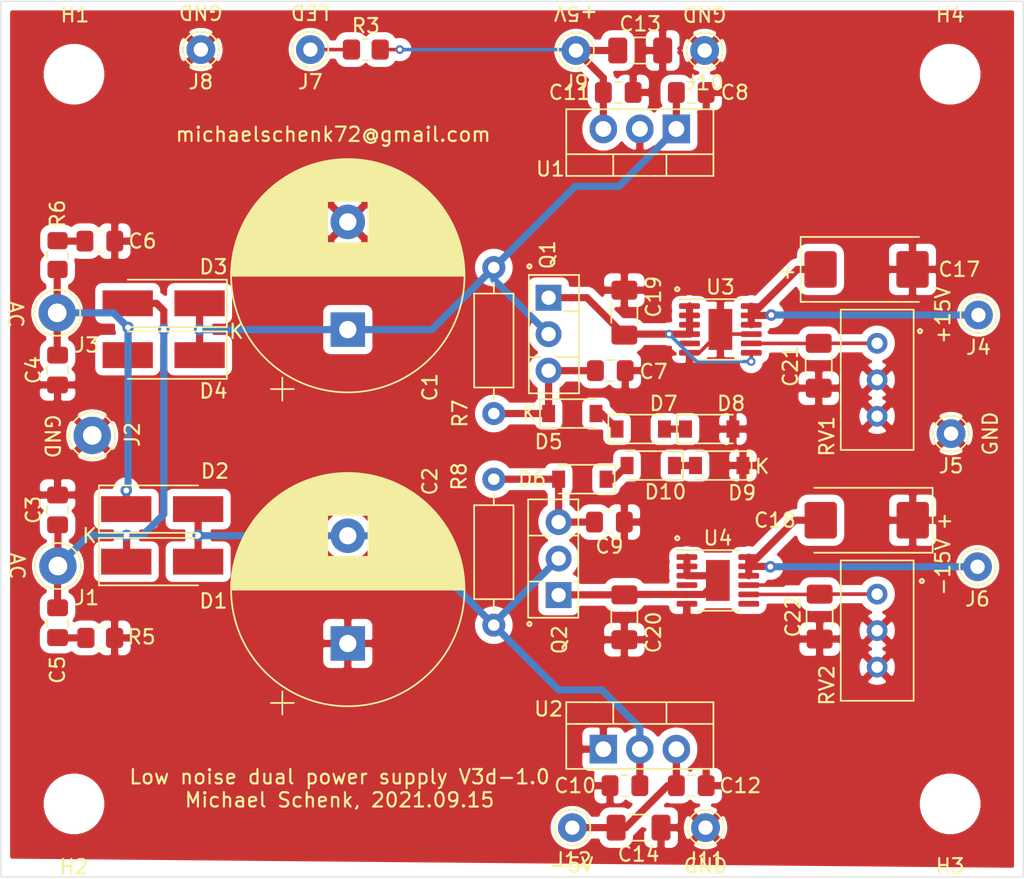
<source format=kicad_pcb>
(kicad_pcb (version 20171130) (host pcbnew 5.1.10-88a1d61d58~88~ubuntu16.04.1)
  (layers (0 F.Cu signal) (31 B.Cu signal) (34 B.Paste user) (35 F.Paste user) (36 B.SilkS user) (37 F.SilkS user) (38 B.Mask user) (39 F.Mask user) (44 Edge.Cuts user))
  (net 0 "")
  (net 1 GND)
  (net 2 "Net-(C1-Pad1)")
  (net 3 "Net-(C4-Pad2)")
  (net 4 "Net-(C10-Pad2)")
  (net 5 "Net-(C11-Pad1)")
  (net 6 "Net-(C12-Pad2)")
  (net 7 "Net-(J7-Pad1)")
  (net 8 "Net-(C7-Pad1)")
  (net 9 "Net-(C9-Pad2)")
  (net 10 "Net-(C17-Pad1)")
  (net 11 "Net-(C18-Pad2)")
  (net 12 "Net-(C3-Pad1)")
  (net 13 "Net-(C5-Pad2)")
  (net 14 "Net-(C6-Pad2)")
  (net 15 "Net-(C19-Pad1)")
  (net 16 "Net-(C20-Pad2)")
  (net 17 "Net-(C21-Pad1)")
  (net 18 "Net-(C22-Pad2)")
  (net 19 "Net-(D5-Pad2)")
  (net 20 "Net-(D10-Pad2)")
  (net 21 "Net-(D7-Pad2)")
  (net 22 "Net-(D10-Pad1)")
  (module Connector_Pin:Pin_D1.0mm_L10.0mm (layer F.Cu) (at 119.761 85.471)
    (fp_text reference J12 (at 0 2.25) (layer F.SilkS))
    (fp_text value -5V)
    (pad 1 thru_hole circle (at 0 0) (size 2 2) (drill 1) (layers *.Cu *.Mask) (net 6 "Net-(C12-Pad2)"))
  )
  (module Connector_Pin:Pin_D1.0mm_L10.0mm (layer F.Cu) (at 129.032 85.471)
    (fp_text reference J11 (at 0 2.25) (layer F.SilkS))
    (fp_text value GND)
    (pad 1 thru_hole circle (at 0 0) (size 2 2) (drill 1) (layers *.Cu *.Mask) (net 1 GND))
  )
  (module Connector_Pin:Pin_D1.0mm_L10.0mm (layer F.Cu) (at 128.9685 31.369)
    (fp_text reference J10 (at 0 2.25) (layer F.SilkS))
    (fp_text value GND)
    (pad 1 thru_hole circle (at 0 0) (size 2 2) (drill 1) (layers *.Cu *.Mask) (net 1 GND))
  )
  (module Connector_Pin:Pin_D1.0mm_L10.0mm (layer F.Cu) (at 120.015 31.369)
    (fp_text reference J9 (at 0 2.25) (layer F.SilkS))
    (fp_text value +5V)
    (pad 1 thru_hole circle (at 0 0) (size 2 2) (drill 1) (layers *.Cu *.Mask) (net 5 "Net-(C11-Pad1)"))
  )
  (module Connector_Pin:Pin_D1.0mm_L10.0mm (layer F.Cu) (at 93.9165 31.3055)
    (fp_text reference J8 (at 0 2.25) (layer F.SilkS))
    (fp_text value GND)
    (pad 1 thru_hole circle (at 0 0) (size 2 2) (drill 1) (layers *.Cu *.Mask) (net 1 GND))
  )
  (module Connector_Pin:Pin_D1.0mm_L10.0mm (layer F.Cu) (at 101.5365 31.3055)
    (fp_text reference J7 (at 0 2.25) (layer F.SilkS))
    (fp_text value LED)
    (pad 1 thru_hole circle (at 0 0) (size 2 2) (drill 1) (layers *.Cu *.Mask) (net 7 "Net-(J7-Pad1)"))
  )
  (module Connector_Pin:Pin_D1.0mm_L10.0mm (layer F.Cu) (at 147.955 67.31)
    (fp_text reference J6 (at 0 2.25) (layer F.SilkS))
    (fp_text value -15V)
    (pad 1 thru_hole circle (at 0 0) (size 2 2) (drill 1) (layers *.Cu *.Mask) (net 11 "Net-(C18-Pad2)"))
  )
  (module Connector_Pin:Pin_D1.0mm_L10.0mm (layer F.Cu) (at 146.1135 58.039)
    (fp_text reference J5 (at 0 2.25) (layer F.SilkS))
    (fp_text value GND)
    (pad 1 thru_hole circle (at 0 0) (size 2 2) (drill 1) (layers *.Cu *.Mask) (net 1 GND))
  )
  (module Connector_Pin:Pin_D1.0mm_L10.0mm (layer F.Cu) (at 148.0185 49.784)
    (fp_text reference J4 (at 0 2.25) (layer F.SilkS))
    (fp_text value +15V)
    (pad 1 thru_hole circle (at 0 0) (size 2 2) (drill 1) (layers *.Cu *.Mask) (net 10 "Net-(C17-Pad1)"))
  )
  (module Diode_SMD:D_SOD-123 (layer F.Cu) (at 125.221 60.2615 180)
    (fp_text reference D10 (at -1.017 -1.8415) (layer F.SilkS))
    (fp_text value MMSZ5232B/5.6V)
    (pad 2 smd rect (at 1.65 0 180) (size 0.9 1.2) (layers F.Cu F.Paste F.Mask) (net 20 "Net-(D10-Pad2)"))
    (pad 1 smd rect (at -1.65 0 180) (size 0.9 1.2) (layers F.Cu F.Paste F.Mask) (net 22 "Net-(D10-Pad1)"))
  )
  (module Diode_SMD:D_SOD-123 (layer F.Cu) (at 129.9835 60.2615 180)
    (fp_text reference D9 (at -1.5885 -1.905) (layer F.SilkS))
    (fp_text value MMSZ5232B/5.6V)
    (pad 2 smd rect (at 1.65 0 180) (size 0.9 1.2) (layers F.Cu F.Paste F.Mask) (net 22 "Net-(D10-Pad1)"))
    (pad 1 smd rect (at -1.65 0 180) (size 0.9 1.2) (layers F.Cu F.Paste F.Mask) (net 1 GND))
  )
  (module Diode_SMD:D_SOD-123 (layer F.Cu) (at 129.285 57.7215)
    (fp_text reference D8 (at 1.525 -1.778) (layer F.SilkS))
    (fp_text value MMSZ5232B/5.6V)
    (pad 2 smd rect (at 1.65 0) (size 0.9 1.2) (layers F.Cu F.Paste F.Mask) (net 1 GND))
    (pad 1 smd rect (at -1.65 0) (size 0.9 1.2) (layers F.Cu F.Paste F.Mask) (net 21 "Net-(D7-Pad2)"))
  )
  (module Diode_SMD:D_SOD-123 (layer F.Cu) (at 124.5225 57.7215)
    (fp_text reference D7 (at 1.5885 -1.778) (layer F.SilkS))
    (fp_text value MMSZ5232B/5.6V)
    (pad 2 smd rect (at 1.65 0) (size 0.9 1.2) (layers F.Cu F.Paste F.Mask) (net 21 "Net-(D7-Pad2)"))
    (pad 1 smd rect (at -1.65 0) (size 0.9 1.2) (layers F.Cu F.Paste F.Mask) (net 19 "Net-(D5-Pad2)"))
  )
  (module Capacitor_SMD:C_1206_3216Metric_Pad1.33x1.80mm_HandSolder (layer F.Cu) (at 124.3715 85.471 180)
    (fp_text reference C14 (at 0 -1.85) (layer F.SilkS))
    (fp_text value 10uF/25V)
    (pad 2 smd roundrect (at 1.5625 0 180) (size 1.325 1.8) (layers F.Cu F.Paste F.Mask) (roundrect_rratio 0.1886784905660377) (net 6 "Net-(C12-Pad2)"))
    (pad 1 smd roundrect (at -1.5625 0 180) (size 1.325 1.8) (layers F.Cu F.Paste F.Mask) (roundrect_rratio 0.1886784905660377) (net 1 GND))
  )
  (module Capacitor_SMD:C_1206_3216Metric_Pad1.33x1.80mm_HandSolder (layer F.Cu) (at 124.485 31.369)
    (fp_text reference C13 (at 0 -1.85) (layer F.SilkS))
    (fp_text value 10uF/25V)
    (pad 2 smd roundrect (at 1.5625 0) (size 1.325 1.8) (layers F.Cu F.Paste F.Mask) (roundrect_rratio 0.1886784905660377) (net 1 GND))
    (pad 1 smd roundrect (at -1.5625 0) (size 1.325 1.8) (layers F.Cu F.Paste F.Mask) (roundrect_rratio 0.1886784905660377) (net 5 "Net-(C11-Pad1)"))
  )
  (module Capacitor_SMD:C_0805_2012Metric_Pad1.18x1.45mm_HandSolder (layer F.Cu) (at 122.9575 34.29)
    (fp_text reference C11 (at -3.387 0) (layer F.SilkS))
    (fp_text value 100nF)
    (pad 2 smd roundrect (at 1.0375 0) (size 1.175 1.45) (layers F.Cu F.Paste F.Mask) (roundrect_rratio 0.2127659574468085) (net 1 GND))
    (pad 1 smd roundrect (at -1.0375 0) (size 1.175 1.45) (layers F.Cu F.Paste F.Mask) (roundrect_rratio 0.2127659574468085) (net 5 "Net-(C11-Pad1)"))
  )
  (module Resistor_THT:R_Axial_DIN0207_L6.3mm_D2.5mm_P10.16mm_Horizontal (layer F.Cu) (at 114.3 61.214 270)
    (fp_text reference R8 (at -0.1905 2.413 90) (layer F.SilkS))
    (fp_text value 430R/0.6W)
    (pad 2 thru_hole oval (at 10.16 0 270) (size 1.6 1.6) (drill 0.8) (layers *.Cu *.Mask) (net 4 "Net-(C10-Pad2)"))
    (pad 1 thru_hole circle (at 0 0 270) (size 1.6 1.6) (drill 0.8) (layers *.Cu *.Mask) (net 9 "Net-(C9-Pad2)"))
  )
  (module Resistor_THT:R_Axial_DIN0207_L6.3mm_D2.5mm_P10.16mm_Horizontal (layer F.Cu) (at 114.3 46.482 270)
    (fp_text reference R7 (at 10.16 2.3495 90) (layer F.SilkS))
    (fp_text value 430R/0.6W)
    (pad 2 thru_hole oval (at 10.16 0 270) (size 1.6 1.6) (drill 0.8) (layers *.Cu *.Mask) (net 8 "Net-(C7-Pad1)"))
    (pad 1 thru_hole circle (at 0 0 270) (size 1.6 1.6) (drill 0.8) (layers *.Cu *.Mask) (net 2 "Net-(C1-Pad1)"))
  )
  (module Resistor_SMD:R_0805_2012Metric_Pad1.20x1.40mm_HandSolder (layer F.Cu) (at 83.947 45.609 270)
    (fp_text reference R6 (at -2.8735 0 90) (layer F.SilkS))
    (fp_text value Rs/1/8W)
    (pad 2 smd roundrect (at 1 0 270) (size 1.2 1.4) (layers F.Cu F.Paste F.Mask) (roundrect_rratio 0.2083325) (net 3 "Net-(C4-Pad2)"))
    (pad 1 smd roundrect (at -1 0 270) (size 1.2 1.4) (layers F.Cu F.Paste F.Mask) (roundrect_rratio 0.2083325) (net 14 "Net-(C6-Pad2)"))
  )
  (module Resistor_SMD:R_0805_2012Metric_Pad1.20x1.40mm_HandSolder (layer F.Cu) (at 86.9155 72.263)
    (fp_text reference R5 (at 2.8735 -0.0635) (layer F.SilkS))
    (fp_text value Rs/1/8W)
    (pad 2 smd roundrect (at 1 0) (size 1.2 1.4) (layers F.Cu F.Paste F.Mask) (roundrect_rratio 0.2083325) (net 1 GND))
    (pad 1 smd roundrect (at -1 0) (size 1.2 1.4) (layers F.Cu F.Paste F.Mask) (roundrect_rratio 0.2083325) (net 13 "Net-(C5-Pad2)"))
  )
  (module Package_TO_SOT_THT:TO-126-3_Vertical (layer F.Cu) (at 118.8085 69.2785 90)
    (fp_text reference Q2 (at -3.1115 0.0635 90) (layer F.SilkS))
    (fp_text value BD140)
    (pad 3 thru_hole oval (at 5.08 0 90) (size 1.8 1.8) (drill 1) (layers *.Cu *.Mask) (net 9 "Net-(C9-Pad2)"))
    (pad 2 thru_hole oval (at 2.54 0 90) (size 1.8 1.8) (drill 1) (layers *.Cu *.Mask) (net 4 "Net-(C10-Pad2)"))
    (pad 1 thru_hole rect (at 0 0 90) (size 1.8 1.8) (drill 1) (layers *.Cu *.Mask) (net 16 "Net-(C20-Pad2)"))
  )
  (module Package_TO_SOT_THT:TO-126-3_Vertical (layer F.Cu) (at 118.11 48.5775 270)
    (fp_text reference Q1 (at -2.9845 0.0635 90) (layer F.SilkS))
    (fp_text value BD139)
    (pad 3 thru_hole oval (at 5.08 0 270) (size 1.8 1.8) (drill 1) (layers *.Cu *.Mask) (net 8 "Net-(C7-Pad1)"))
    (pad 2 thru_hole oval (at 2.54 0 270) (size 1.8 1.8) (drill 1) (layers *.Cu *.Mask) (net 2 "Net-(C1-Pad1)"))
    (pad 1 thru_hole rect (at 0 0 270) (size 1.8 1.8) (drill 1) (layers *.Cu *.Mask) (net 15 "Net-(C19-Pad1)"))
  )
  (module Diode_SMD:D_SOD-123 (layer F.Cu) (at 120.4585 61.214 180)
    (fp_text reference D6 (at 3.4915 0) (layer F.SilkS))
    (fp_text value MMSZ5232B/5.6V)
    (pad 2 smd rect (at 1.65 0 180) (size 0.9 1.2) (layers F.Cu F.Paste F.Mask) (net 9 "Net-(C9-Pad2)"))
    (pad 1 smd rect (at -1.65 0 180) (size 0.9 1.2) (layers F.Cu F.Paste F.Mask) (net 20 "Net-(D10-Pad2)"))
  )
  (module Diode_SMD:D_SOD-123 (layer F.Cu) (at 119.76 56.642)
    (fp_text reference D5 (at -1.65 1.9685) (layer F.SilkS))
    (fp_text value MMSZ5232B/5.6V)
    (pad 2 smd rect (at 1.65 0) (size 0.9 1.2) (layers F.Cu F.Paste F.Mask) (net 19 "Net-(D5-Pad2)"))
    (pad 1 smd rect (at -1.65 0) (size 0.9 1.2) (layers F.Cu F.Paste F.Mask) (net 8 "Net-(C7-Pad1)"))
  )
  (module Capacitor_SMD:C_1206_3216Metric_Pad1.33x1.80mm_HandSolder (layer F.Cu) (at 136.9695 70.7775 90)
    (fp_text reference C22 (at 0 -1.85 90) (layer F.SilkS))
    (fp_text value 4.7uF/25V)
    (pad 2 smd roundrect (at 1.5625 0 90) (size 1.325 1.8) (layers F.Cu F.Paste F.Mask) (roundrect_rratio 0.1886784905660377) (net 18 "Net-(C22-Pad2)"))
    (pad 1 smd roundrect (at -1.5625 0 90) (size 1.325 1.8) (layers F.Cu F.Paste F.Mask) (roundrect_rratio 0.1886784905660377) (net 1 GND))
  )
  (module Capacitor_SMD:C_1206_3216Metric_Pad1.33x1.80mm_HandSolder (layer F.Cu) (at 136.906 53.315 270)
    (fp_text reference C21 (at 0.025 1.9685 90) (layer F.SilkS))
    (fp_text value 4.7uF/25V)
    (pad 2 smd roundrect (at 1.5625 0 270) (size 1.325 1.8) (layers F.Cu F.Paste F.Mask) (roundrect_rratio 0.1886784905660377) (net 1 GND))
    (pad 1 smd roundrect (at -1.5625 0 270) (size 1.325 1.8) (layers F.Cu F.Paste F.Mask) (roundrect_rratio 0.1886784905660377) (net 17 "Net-(C21-Pad1)"))
  )
  (module Capacitor_SMD:C_1206_3216Metric_Pad1.33x1.80mm_HandSolder (layer F.Cu) (at 123.3805 70.8275 90)
    (fp_text reference C20 (at -1.0545 2.032 90) (layer F.SilkS))
    (fp_text value 4.7uF/25V)
    (pad 2 smd roundrect (at 1.5625 0 90) (size 1.325 1.8) (layers F.Cu F.Paste F.Mask) (roundrect_rratio 0.1886784905660377) (net 16 "Net-(C20-Pad2)"))
    (pad 1 smd roundrect (at -1.5625 0 90) (size 1.325 1.8) (layers F.Cu F.Paste F.Mask) (roundrect_rratio 0.1886784905660377) (net 1 GND))
  )
  (module Capacitor_SMD:C_1206_3216Metric_Pad1.33x1.80mm_HandSolder (layer F.Cu) (at 123.3805 49.6185 90)
    (fp_text reference C19 (at 1.1045 2.032 90) (layer F.SilkS))
    (fp_text value 4.7uF/25V)
    (pad 2 smd roundrect (at 1.5625 0 90) (size 1.325 1.8) (layers F.Cu F.Paste F.Mask) (roundrect_rratio 0.1886784905660377) (net 1 GND))
    (pad 1 smd roundrect (at -1.5625 0 90) (size 1.325 1.8) (layers F.Cu F.Paste F.Mask) (roundrect_rratio 0.1886784905660377) (net 15 "Net-(C19-Pad1)"))
  )
  (module Capacitor_SMD:C_0805_2012Metric_Pad1.18x1.45mm_HandSolder (layer F.Cu) (at 122.343 64.1985 180)
    (fp_text reference C9 (at 0 -1.68) (layer F.SilkS))
    (fp_text value 100nF)
    (pad 2 smd roundrect (at 1.0375 0 180) (size 1.175 1.45) (layers F.Cu F.Paste F.Mask) (roundrect_rratio 0.2127659574468085) (net 9 "Net-(C9-Pad2)"))
    (pad 1 smd roundrect (at -1.0375 0 180) (size 1.175 1.45) (layers F.Cu F.Paste F.Mask) (roundrect_rratio 0.2127659574468085) (net 1 GND))
  )
  (module Capacitor_SMD:C_0805_2012Metric_Pad1.18x1.45mm_HandSolder (layer F.Cu) (at 122.4065 53.6575)
    (fp_text reference C7 (at 3.006 0.0635) (layer F.SilkS))
    (fp_text value 100nF)
    (pad 2 smd roundrect (at 1.0375 0) (size 1.175 1.45) (layers F.Cu F.Paste F.Mask) (roundrect_rratio 0.2127659574468085) (net 1 GND))
    (pad 1 smd roundrect (at -1.0375 0) (size 1.175 1.45) (layers F.Cu F.Paste F.Mask) (roundrect_rratio 0.2127659574468085) (net 8 "Net-(C7-Pad1)"))
  )
  (module Capacitor_SMD:C_0805_2012Metric_Pad1.18x1.45mm_HandSolder (layer F.Cu) (at 86.8895 44.6405 180)
    (fp_text reference C6 (at -2.963 0) (layer F.SilkS))
    (fp_text value Cs/50V)
    (pad 2 smd roundrect (at 1.0375 0 180) (size 1.175 1.45) (layers F.Cu F.Paste F.Mask) (roundrect_rratio 0.2127659574468085) (net 14 "Net-(C6-Pad2)"))
    (pad 1 smd roundrect (at -1.0375 0 180) (size 1.175 1.45) (layers F.Cu F.Paste F.Mask) (roundrect_rratio 0.2127659574468085) (net 1 GND))
  )
  (module Capacitor_SMD:C_0805_2012Metric_Pad1.18x1.45mm_HandSolder (layer F.Cu) (at 83.947 71.205 270)
    (fp_text reference C5 (at 3.2805 0 90) (layer F.SilkS))
    (fp_text value Cs/50V)
    (pad 2 smd roundrect (at 1.0375 0 270) (size 1.175 1.45) (layers F.Cu F.Paste F.Mask) (roundrect_rratio 0.2127659574468085) (net 13 "Net-(C5-Pad2)"))
    (pad 1 smd roundrect (at -1.0375 0 270) (size 1.175 1.45) (layers F.Cu F.Paste F.Mask) (roundrect_rratio 0.2127659574468085) (net 12 "Net-(C3-Pad1)"))
  )
  (module Capacitor_SMD:C_0805_2012Metric_Pad1.18x1.45mm_HandSolder (layer F.Cu) (at 83.947 53.6155 90)
    (fp_text reference C4 (at 0 -1.68 90) (layer F.SilkS))
    (fp_text value Cx/10nF/50V)
    (pad 2 smd roundrect (at 1.0375 0 90) (size 1.175 1.45) (layers F.Cu F.Paste F.Mask) (roundrect_rratio 0.2127659574468085) (net 3 "Net-(C4-Pad2)"))
    (pad 1 smd roundrect (at -1.0375 0 90) (size 1.175 1.45) (layers F.Cu F.Paste F.Mask) (roundrect_rratio 0.2127659574468085) (net 1 GND))
  )
  (module Capacitor_SMD:C_0805_2012Metric_Pad1.18x1.45mm_HandSolder (layer F.Cu) (at 83.947 63.3515 90)
    (fp_text reference C3 (at 0 -1.68 90) (layer F.SilkS))
    (fp_text value Cx/10nF/50V)
    (pad 2 smd roundrect (at 1.0375 0 90) (size 1.175 1.45) (layers F.Cu F.Paste F.Mask) (roundrect_rratio 0.2127659574468085) (net 1 GND))
    (pad 1 smd roundrect (at -1.0375 0 90) (size 1.175 1.45) (layers F.Cu F.Paste F.Mask) (roundrect_rratio 0.2127659574468085) (net 12 "Net-(C3-Pad1)"))
  )
  (module Capacitor_Tantalum_SMD:CP_EIA-7343-31_Kemet-D_Pad2.25x2.55mm_HandSolder (layer F.Cu) (at 140.2465 64.0715 180)
    (fp_text reference C18 (at 6.3885 0) (layer F.SilkS))
    (fp_text value 33uF)
    (pad 2 smd roundrect (at 3.2 0 180) (size 2.25 2.55) (layers F.Cu F.Paste F.Mask) (roundrect_rratio 0.1111106666666667) (net 11 "Net-(C18-Pad2)"))
    (pad 1 smd roundrect (at -3.2 0 180) (size 2.25 2.55) (layers F.Cu F.Paste F.Mask) (roundrect_rratio 0.1111106666666667) (net 1 GND))
  )
  (module Capacitor_Tantalum_SMD:CP_EIA-7343-31_Kemet-D_Pad2.25x2.55mm_HandSolder (layer F.Cu) (at 140.233 46.609)
    (fp_text reference C17 (at 6.452 0) (layer F.SilkS))
    (fp_text value 33uF)
    (pad 2 smd roundrect (at 3.2 0) (size 2.25 2.55) (layers F.Cu F.Paste F.Mask) (roundrect_rratio 0.1111106666666667) (net 1 GND))
    (pad 1 smd roundrect (at -3.2 0) (size 2.25 2.55) (layers F.Cu F.Paste F.Mask) (roundrect_rratio 0.1111106666666667) (net 10 "Net-(C17-Pad1)"))
  )
  (module Package_TO_SOT_THT:TO-220-3_Vertical (layer F.Cu) (at 121.92 80.01)
    (fp_text reference U2 (at -3.81 -2.794) (layer F.SilkS))
    (fp_text value LM7905_TO220)
    (pad 3 thru_hole oval (at 5.08 0) (size 1.905 2) (drill 1.1) (layers *.Cu *.Mask) (net 6 "Net-(C12-Pad2)"))
    (pad 2 thru_hole oval (at 2.54 0) (size 1.905 2) (drill 1.1) (layers *.Cu *.Mask) (net 4 "Net-(C10-Pad2)"))
    (pad 1 thru_hole rect (at 0 0) (size 1.905 2) (drill 1.1) (layers *.Cu *.Mask) (net 1 GND))
  )
  (module Package_TO_SOT_THT:TO-220-3_Vertical (layer F.Cu) (at 127 36.83 180)
    (fp_text reference U1 (at 8.763 -2.794) (layer F.SilkS))
    (fp_text value LM7805_TO220)
    (pad 3 thru_hole oval (at 5.08 0 180) (size 1.905 2) (drill 1.1) (layers *.Cu *.Mask) (net 5 "Net-(C11-Pad1)"))
    (pad 2 thru_hole oval (at 2.54 0 180) (size 1.905 2) (drill 1.1) (layers *.Cu *.Mask) (net 1 GND))
    (pad 1 thru_hole rect (at 0 0 180) (size 1.905 2) (drill 1.1) (layers *.Cu *.Mask) (net 2 "Net-(C1-Pad1)"))
  )
  (module Diode_SMD:D_SMA_Handsoldering (layer F.Cu) (at 91.3276 52.578 180)
    (fp_text reference D4 (at -3.4652 -2.5) (layer F.SilkS))
    (fp_text value BYG20D)
    (pad 2 smd rect (at 2.5 0 180) (size 3.5 1.8) (layers F.Cu F.Paste F.Mask) (net 3 "Net-(C4-Pad2)"))
    (pad 1 smd rect (at -2.5 0 180) (size 3.5 1.8) (layers F.Cu F.Paste F.Mask) (net 2 "Net-(C1-Pad1)"))
  )
  (module Diode_SMD:D_SMA_Handsoldering (layer F.Cu) (at 91.3276 48.9712 180)
    (fp_text reference D3 (at -3.4652 2.54) (layer F.SilkS))
    (fp_text value BYG20D)
    (pad 2 smd rect (at 2.5 0 180) (size 3.5 1.8) (layers F.Cu F.Paste F.Mask) (net 12 "Net-(C3-Pad1)"))
    (pad 1 smd rect (at -2.5 0 180) (size 3.5 1.8) (layers F.Cu F.Paste F.Mask) (net 2 "Net-(C1-Pad1)"))
  )
  (module Diode_SMD:D_SMA_Handsoldering (layer F.Cu) (at 91.226 63.2968)
    (fp_text reference D2 (at 3.6684 -2.6416) (layer F.SilkS))
    (fp_text value BYG20D)
    (pad 2 smd rect (at 2.5 0) (size 3.5 1.8) (layers F.Cu F.Paste F.Mask) (net 4 "Net-(C10-Pad2)"))
    (pad 1 smd rect (at -2.5 0) (size 3.5 1.8) (layers F.Cu F.Paste F.Mask) (net 3 "Net-(C4-Pad2)"))
  )
  (module Diode_SMD:D_SMA_Handsoldering (layer F.Cu) (at 91.226 66.9544)
    (fp_text reference D1 (at 3.5668 2.7432) (layer F.SilkS))
    (fp_text value BYG20D)
    (pad 2 smd rect (at 2.5 0) (size 3.5 1.8) (layers F.Cu F.Paste F.Mask) (net 4 "Net-(C10-Pad2)"))
    (pad 1 smd rect (at -2.5 0) (size 3.5 1.8) (layers F.Cu F.Paste F.Mask) (net 12 "Net-(C3-Pad1)"))
  )
  (module Package_SO:MSOP-12-1EP_3x4mm_P0.65mm_EP1.65x2.85mm (layer F.Cu) (at 129.8866 68.2619)
    (fp_text reference U4 (at 0 -2.95) (layer F.SilkS))
    (fp_text value LT3094xMSE)
    (pad 13 smd rect (at 0 0) (size 1.65 2.85) (layers F.Cu F.Mask) (net 16 "Net-(C20-Pad2)"))
    (pad 12 smd roundrect (at 2.15 -1.625) (size 1.45 0.4) (layers F.Cu F.Paste F.Mask) (net 11 "Net-(C18-Pad2)"))
    (pad 11 smd roundrect (at 2.15 -0.975) (size 1.45 0.4) (layers F.Cu F.Paste F.Mask) (net 11 "Net-(C18-Pad2)"))
    (pad 10 smd roundrect (at 2.15 -0.325) (size 1.45 0.4) (layers F.Cu F.Paste F.Mask) (net 11 "Net-(C18-Pad2)"))
    (pad 9 smd roundrect (at 2.15 0.325) (size 1.45 0.4) (layers F.Cu F.Paste F.Mask) (net 1 GND))
    (pad 8 smd roundrect (at 2.15 0.975) (size 1.45 0.4) (layers F.Cu F.Paste F.Mask) (net 18 "Net-(C22-Pad2)"))
    (pad 7 smd roundrect (at 2.15 1.625) (size 1.45 0.4) (layers F.Cu F.Paste F.Mask))
    (pad 6 smd roundrect (at -2.15 1.625) (size 1.45 0.4) (layers F.Cu F.Paste F.Mask) (net 1 GND))
    (pad 5 smd roundrect (at -2.15 0.975) (size 1.45 0.4) (layers F.Cu F.Paste F.Mask) (net 16 "Net-(C20-Pad2)"))
    (pad 4 smd roundrect (at -2.15 0.325) (size 1.45 0.4) (layers F.Cu F.Paste F.Mask))
    (pad 3 smd roundrect (at -2.15 -0.325) (size 1.45 0.4) (layers F.Cu F.Paste F.Mask) (net 16 "Net-(C20-Pad2)"))
    (pad 2 smd roundrect (at -2.15 -0.975) (size 1.45 0.4) (layers F.Cu F.Paste F.Mask) (net 16 "Net-(C20-Pad2)"))
    (pad 1 smd roundrect (at -2.15 -1.625) (size 1.45 0.4) (layers F.Cu F.Paste F.Mask) (net 16 "Net-(C20-Pad2)"))
  )
  (module Capacitor_THT:CP_Radial_D16.0mm_P7.50mm (layer F.Cu) (at 104.14 72.651 90)
    (fp_text reference C2 (at 11.2846 5.715 90) (layer F.SilkS))
    (fp_text value 2200uF)
    (pad 2 thru_hole circle (at 7.5 0 90) (size 2.4 2.4) (drill 1.2) (layers *.Cu *.Mask) (net 4 "Net-(C10-Pad2)"))
    (pad 1 thru_hole rect (at 0 0 90) (size 2.4 2.4) (drill 1.2) (layers *.Cu *.Mask) (net 1 GND))
  )
  (module Capacitor_THT:CP_Radial_D16.0mm_P7.50mm (layer F.Cu) (at 104.14 50.8 90)
    (fp_text reference C1 (at -4.0132 5.715 90) (layer F.SilkS))
    (fp_text value 2200uF)
    (pad 2 thru_hole circle (at 7.5 0 90) (size 2.4 2.4) (drill 1.2) (layers *.Cu *.Mask) (net 1 GND))
    (pad 1 thru_hole rect (at 0 0 90) (size 2.4 2.4) (drill 1.2) (layers *.Cu *.Mask) (net 2 "Net-(C1-Pad1)"))
  )
  (module Resistor_SMD:R_0805_2012Metric_Pad1.20x1.40mm_HandSolder (layer F.Cu) (at 105.394 31.3055)
    (fp_text reference R3 (at 0 -1.65) (layer F.SilkS))
    (fp_text value 240R)
    (pad 2 smd roundrect (at 1 0) (size 1.2 1.4) (layers F.Cu F.Paste F.Mask) (roundrect_rratio 0.2083325) (net 5 "Net-(C11-Pad1)"))
    (pad 1 smd roundrect (at -1 0) (size 1.2 1.4) (layers F.Cu F.Paste F.Mask) (roundrect_rratio 0.2083325) (net 7 "Net-(J7-Pad1)"))
  )
  (module Capacitor_SMD:C_0805_2012Metric_Pad1.18x1.45mm_HandSolder (layer F.Cu) (at 128.0375 82.55 180)
    (fp_text reference C12 (at -3.4075 0) (layer F.SilkS))
    (fp_text value 100nF)
    (pad 2 smd roundrect (at 1.0375 0 180) (size 1.175 1.45) (layers F.Cu F.Paste F.Mask) (roundrect_rratio 0.2127659574468085) (net 6 "Net-(C12-Pad2)"))
    (pad 1 smd roundrect (at -1.0375 0 180) (size 1.175 1.45) (layers F.Cu F.Paste F.Mask) (roundrect_rratio 0.2127659574468085) (net 1 GND))
  )
  (module Capacitor_SMD:C_0805_2012Metric_Pad1.18x1.45mm_HandSolder (layer F.Cu) (at 123.4225 82.55)
    (fp_text reference C10 (at -3.471 0) (layer F.SilkS))
    (fp_text value 330nF)
    (pad 2 smd roundrect (at 1.0375 0) (size 1.175 1.45) (layers F.Cu F.Paste F.Mask) (roundrect_rratio 0.2127659574468085) (net 4 "Net-(C10-Pad2)"))
    (pad 1 smd roundrect (at -1.0375 0) (size 1.175 1.45) (layers F.Cu F.Paste F.Mask) (roundrect_rratio 0.2127659574468085) (net 1 GND))
  )
  (module Capacitor_SMD:C_0805_2012Metric_Pad1.18x1.45mm_HandSolder (layer F.Cu) (at 128.0375 34.29)
    (fp_text reference C8 (at 3.0265 0) (layer F.SilkS))
    (fp_text value 330nF)
    (pad 2 smd roundrect (at 1.0375 0) (size 1.175 1.45) (layers F.Cu F.Paste F.Mask) (roundrect_rratio 0.2127659574468085) (net 1 GND))
    (pad 1 smd roundrect (at -1.0375 0) (size 1.175 1.45) (layers F.Cu F.Paste F.Mask) (roundrect_rratio 0.2127659574468085) (net 2 "Net-(C1-Pad1)"))
  )
  (module Potentiometer_THT:Potentiometer_Bourns_3296W_Vertical (layer F.Cu) (at 140.97 69.215 90)
    (fp_text reference RV2 (at -6.35 -3.4925 90) (layer F.SilkS))
    (fp_text value 200k)
    (pad 3 thru_hole circle (at -5.08 0 90) (size 1.44 1.44) (drill 0.8) (layers *.Cu *.Mask) (net 1 GND))
    (pad 2 thru_hole circle (at -2.54 0 90) (size 1.44 1.44) (drill 0.8) (layers *.Cu *.Mask) (net 1 GND))
    (pad 1 thru_hole circle (at 0 0 90) (size 1.44 1.44) (drill 0.8) (layers *.Cu *.Mask) (net 18 "Net-(C22-Pad2)"))
  )
  (module Package_SO:MSOP-12-1EP_3x4mm_P0.65mm_EP1.65x2.85mm (layer F.Cu) (at 130.0644 50.7879)
    (fp_text reference U3 (at 0 -2.95) (layer F.SilkS))
    (fp_text value LT3045xMSE)
    (pad 13 smd rect (at 0 0) (size 1.65 2.85) (layers F.Cu F.Mask) (net 1 GND))
    (pad 12 smd roundrect (at 2.15 -1.625) (size 1.45 0.4) (layers F.Cu F.Paste F.Mask) (net 10 "Net-(C17-Pad1)"))
    (pad 11 smd roundrect (at 2.15 -0.975) (size 1.45 0.4) (layers F.Cu F.Paste F.Mask) (net 10 "Net-(C17-Pad1)"))
    (pad 10 smd roundrect (at 2.15 -0.325) (size 1.45 0.4) (layers F.Cu F.Paste F.Mask) (net 10 "Net-(C17-Pad1)"))
    (pad 9 smd roundrect (at 2.15 0.325) (size 1.45 0.4) (layers F.Cu F.Paste F.Mask) (net 1 GND))
    (pad 8 smd roundrect (at 2.15 0.975) (size 1.45 0.4) (layers F.Cu F.Paste F.Mask) (net 17 "Net-(C21-Pad1)"))
    (pad 7 smd roundrect (at 2.15 1.625) (size 1.45 0.4) (layers F.Cu F.Paste F.Mask) (net 15 "Net-(C19-Pad1)"))
    (pad 6 smd roundrect (at -2.15 1.625) (size 1.45 0.4) (layers F.Cu F.Paste F.Mask) (net 1 GND))
    (pad 5 smd roundrect (at -2.15 0.975) (size 1.45 0.4) (layers F.Cu F.Paste F.Mask))
    (pad 4 smd roundrect (at -2.15 0.325) (size 1.45 0.4) (layers F.Cu F.Paste F.Mask) (net 15 "Net-(C19-Pad1)"))
    (pad 3 smd roundrect (at -2.15 -0.325) (size 1.45 0.4) (layers F.Cu F.Paste F.Mask) (net 15 "Net-(C19-Pad1)"))
    (pad 2 smd roundrect (at -2.15 -0.975) (size 1.45 0.4) (layers F.Cu F.Paste F.Mask) (net 15 "Net-(C19-Pad1)"))
    (pad 1 smd roundrect (at -2.15 -1.625) (size 1.45 0.4) (layers F.Cu F.Paste F.Mask) (net 15 "Net-(C19-Pad1)"))
  )
  (module Potentiometer_THT:Potentiometer_Bourns_3296W_Vertical (layer F.Cu) (at 140.97 51.7525 90)
    (fp_text reference RV1 (at -6.477 -3.4925 90) (layer F.SilkS))
    (fp_text value 200k)
    (pad 3 thru_hole circle (at -5.08 0 90) (size 1.44 1.44) (drill 0.8) (layers *.Cu *.Mask) (net 1 GND))
    (pad 2 thru_hole circle (at -2.54 0 90) (size 1.44 1.44) (drill 0.8) (layers *.Cu *.Mask) (net 1 GND))
    (pad 1 thru_hole circle (at 0 0 90) (size 1.44 1.44) (drill 0.8) (layers *.Cu *.Mask) (net 17 "Net-(C21-Pad1)"))
  )
  (module Connector_Pin:Pin_D1.3mm_L11.0mm (layer F.Cu) (at 83.9216 49.6316)
    (fp_text reference J3 (at 2.0574 2.2479 180) (layer F.SilkS))
    (fp_text value AC)
    (pad 1 thru_hole circle (at 0 0) (size 2.6 2.6) (drill 1.3) (layers *.Cu *.Mask) (net 3 "Net-(C4-Pad2)"))
  )
  (module Connector_Pin:Pin_D1.3mm_L11.0mm (layer F.Cu) (at 86.36 58.166)
    (fp_text reference J2 (at 2.794 -0.0635 270) (layer F.SilkS))
    (fp_text value GND)
    (pad 1 thru_hole circle (at 0 0) (size 2.6 2.6) (drill 1.3) (layers *.Cu *.Mask) (net 1 GND))
  )
  (module Connector_Pin:Pin_D1.3mm_L11.0mm (layer F.Cu) (at 83.9724 67.2592)
    (fp_text reference J1 (at 2.0066 2.2098) (layer F.SilkS))
    (fp_text value AC)
    (pad 1 thru_hole circle (at 0 0) (size 2.6 2.6) (drill 1.3) (layers *.Cu *.Mask) (net 12 "Net-(C3-Pad1)"))
  )
  (module MountingHole:MountingHole_3.2mm_M3 (layer F.Cu) (at 146.05 33.02)
    (fp_text reference H4 (at 0 -4.1275) (layer F.SilkS))
    (fp_text value MountingHole)
    (pad 1 np_thru_hole circle (at 0 0) (size 3.2 3.2) (drill 3.2) (layers *.Cu *.Mask))
  )
  (module MountingHole:MountingHole_3.2mm_M3 (layer F.Cu) (at 146.05 83.82)
    (fp_text reference H3 (at 0 4.318) (layer F.SilkS))
    (fp_text value MountingHole)
    (pad 1 np_thru_hole circle (at 0 0) (size 3.2 3.2) (drill 3.2) (layers *.Cu *.Mask))
  )
  (module MountingHole:MountingHole_3.2mm_M3 (layer F.Cu) (at 85.09 83.82)
    (fp_text reference H2 (at 0 4.3815) (layer F.SilkS))
    (fp_text value MountingHole)
    (pad 1 np_thru_hole circle (at 0 0) (size 3.2 3.2) (drill 3.2) (layers *.Cu *.Mask))
  )
  (module MountingHole:MountingHole_3.2mm_M3 (layer F.Cu) (at 85.09 33.02)
    (fp_text reference H1 (at 0.0635 -4.1275) (layer F.SilkS))
    (fp_text value MountingHole)
    (pad 1 np_thru_hole circle (at 0 0) (size 3.2 3.2) (drill 3.2) (layers *.Cu *.Mask))
  )
  (gr_text ° (at 116.7765 71.6915) (layer F.SilkS) (effects (font (size 1 1))))
  (gr_text ° (at 116.7765 46.7995) (layer F.SilkS) (effects (font (size 1 1))))
  (gr_text + (at 145.669 64.0715) (layer F.SilkS) (effects (font (size 1 1))))
  (gr_text + (at 134.747 46.736) (layer F.SilkS) (effects (font (size 1 1))))
  (gr_text ° (at 144.0815 68.707) (layer F.SilkS) (effects (font (size 1 1))))
  (gr_text ° (at 143.9545 51.308) (layer F.SilkS) (effects (font (size 1 1))))
  (gr_text ° (at 127.0635 65.7225) (layer F.SilkS) (effects (font (size 1 1))))
  (gr_text ° (at 127.0635 48.387) (layer F.SilkS) (effects (font (size 1 1))))
  (gr_text K (at 132.969 60.325) (layer F.SilkS) (effects (font (size 1 1))))
  (gr_text K (at 116.7765 56.642) (layer F.SilkS) (effects (font (size 1 1))))
  (gr_text K (at 86.1695 65.151) (layer F.SilkS) (effects (font (size 1 1))))
  (gr_text K (at 96.393 50.927) (layer F.SilkS) (effects (font (size 1 1))))
  (gr_text "Low noise dual power supply V3d-1.0\nMichael Schenk, 2021.09.15" (at 103.5685 82.7405) (layer F.SilkS) (effects (font (size 1 1))))
  (gr_text GND (at 128.9685 28.829 180) (layer F.SilkS) (effects (font (size 1 1))))
  (gr_text +5V (at 120.015 28.7655 180) (layer F.SilkS) (effects (font (size 1 1))))
  (gr_text -5V (at 119.6975 88.0745) (layer F.SilkS) (effects (font (size 1 1))))
  (gr_text GND (at 129.032 88.138) (layer F.SilkS) (effects (font (size 1 1))))
  (gr_text GND (at 93.9165 28.702 180) (layer F.SilkS) (effects (font (size 1 1))))
  (gr_text LED (at 101.5365 28.702 180) (layer F.SilkS) (effects (font (size 1 1))))
  (gr_line (start 80.01 27.94) (end 80.01 88.9) (layer Edge.Cuts) (width 0.05))
  (gr_line (start 151.13 27.94) (end 80.01 27.94) (layer Edge.Cuts) (width 0.05))
  (gr_line (start 151.13 88.9) (end 151.13 27.94) (layer Edge.Cuts) (width 0.05))
  (gr_line (start 80.01 88.9) (end 151.13 88.9) (layer Edge.Cuts) (width 0.05))
  (gr_text michaelschenk72@gmail.com (at 103.124 37.211) (layer F.SilkS) (effects (font (size 1 1))))
  (gr_text GND (at 83.566 58.2295 270) (layer F.SilkS) (effects (font (size 1 1))))
  (gr_text AC (at 81.1276 67.2592 270) (layer F.SilkS) (effects (font (size 1 1))))
  (gr_text AC (at 81.026 49.7332 270) (layer F.SilkS) (effects (font (size 1 1))))
  (gr_text -15V (at 145.542 67.31 90) (layer F.SilkS) (effects (font (size 1 1))))
  (gr_text GND (at 148.844 58.039 90) (layer F.SilkS) (effects (font (size 1 1))))
  (gr_text +15V (at 145.542 49.784 90) (layer F.SilkS) (effects (font (size 1 1))))
  (segment (start 130.0644 50.9879) (end 130.0644 50.7879) (width 0.25) (layer F.Cu) (net 1))
  (segment (start 130.3894 51.1129) (end 130.0644 50.7879) (width 0.25) (layer F.Cu) (net 1))
  (segment (start 132.2144 51.1129) (end 130.3894 51.1129) (width 0.25) (layer F.Cu) (net 1))
  (segment (start 130.0644 50.938958) (end 130.0644 50.7879) (width 0.25) (layer F.Cu) (net 1))
  (segment (start 128.590458 52.4129) (end 130.0644 50.938958) (width 0.25) (layer F.Cu) (net 1))
  (segment (start 127.9144 52.4129) (end 128.590458 52.4129) (width 0.25) (layer F.Cu) (net 1))
  (segment (start 127.7112 69.96231) (end 127.7366 69.93691) (width 0.5) (layer F.Cu) (net 1))
  (segment (start 132.0805 68.6308) (end 132.0366 68.5869) (width 0.25) (layer F.Cu) (net 1))
  (segment (start 127.7112 71.0692) (end 127.7112 69.96231) (width 0.5) (layer F.Cu) (net 1))
  (segment (start 132.0366 68.5869) (end 134.4226 68.5869) (width 0.25) (layer F.Cu) (net 1))
  (segment (start 134.4226 68.5869) (end 136.5885 66.421) (width 0.25) (layer F.Cu) (net 1))
  (segment (start 93.8276 52.244) (end 93.7984 52.2732) (width 0.5) (layer F.Cu) (net 2))
  (via (at 93.8276 50.8) (size 0.8) (drill 0.4) (layers F.Cu B.Cu) (net 2))
  (segment (start 93.8276 50.8) (end 93.8276 48.9712) (width 0.5) (layer F.Cu) (net 2))
  (segment (start 93.8276 50.8) (end 93.8276 52.578) (width 0.5) (layer F.Cu) (net 2))
  (segment (start 109.982 50.8) (end 114.3 46.482) (width 0.5) (layer B.Cu) (net 2))
  (segment (start 104.14 50.8) (end 109.982 50.8) (width 0.5) (layer B.Cu) (net 2))
  (segment (start 114.3 47.3075) (end 114.3 46.482) (width 0.5) (layer B.Cu) (net 2))
  (segment (start 118.11 51.1175) (end 114.3 47.3075) (width 0.5) (layer B.Cu) (net 2))
  (segment (start 127 36.83) (end 127 34.29) (width 0.5) (layer F.Cu) (net 2))
  (segment (start 114.3 46.482) (end 119.9515 40.8305) (width 0.5) (layer B.Cu) (net 2))
  (segment (start 122.9995 40.8305) (end 127 36.83) (width 0.5) (layer B.Cu) (net 2))
  (segment (start 119.9515 40.8305) (end 122.9995 40.8305) (width 0.5) (layer B.Cu) (net 2))
  (segment (start 104.14 50.8) (end 93.8276 50.8) (width 0.5) (layer B.Cu) (net 2))
  (segment (start 88.726 63.2968) (end 88.726 61.9976) (width 0.5) (layer F.Cu) (net 3))
  (segment (start 87.8332 49.6316) (end 88.8492 50.6476) (width 0.5) (layer B.Cu) (net 3))
  (via (at 88.8492 50.6476) (size 0.8) (drill 0.4) (layers F.Cu B.Cu) (net 3))
  (segment (start 83.9216 49.6316) (end 87.8332 49.6316) (width 0.5) (layer B.Cu) (net 3))
  (segment (start 88.8492 52.5564) (end 88.8276 52.578) (width 0.5) (layer F.Cu) (net 3))
  (segment (start 88.8492 50.6476) (end 88.8492 52.5564) (width 0.5) (layer F.Cu) (net 3))
  (via (at 88.726 61.9976) (size 0.8) (drill 0.4) (layers F.Cu B.Cu) (net 3))
  (segment (start 88.8492 61.8744) (end 88.726 61.9976) (width 0.5) (layer B.Cu) (net 3))
  (segment (start 88.8492 50.6476) (end 88.8492 61.8744) (width 0.5) (layer B.Cu) (net 3))
  (segment (start 83.9216 52.5526) (end 83.947 52.578) (width 0.5) (layer F.Cu) (net 3))
  (segment (start 83.9216 49.6316) (end 83.9216 52.5526) (width 0.5) (layer F.Cu) (net 3))
  (segment (start 83.9216 46.6344) (end 83.947 46.609) (width 0.5) (layer F.Cu) (net 3))
  (segment (start 83.9216 49.6316) (end 83.9216 46.6344) (width 0.5) (layer F.Cu) (net 3))
  (via (at 93.726 65.1256) (size 0.8) (drill 0.4) (layers F.Cu B.Cu) (net 4))
  (segment (start 93.726 65.1256) (end 93.726 63.2968) (width 0.5) (layer F.Cu) (net 4))
  (segment (start 93.726 65.1256) (end 93.726 66.9544) (width 0.5) (layer F.Cu) (net 4))
  (segment (start 124.46 82.55) (end 124.46 80.01) (width 0.5) (layer F.Cu) (net 4))
  (segment (start 108.077 65.151) (end 114.3 71.374) (width 0.5) (layer B.Cu) (net 4))
  (segment (start 104.14 65.151) (end 108.077 65.151) (width 0.5) (layer B.Cu) (net 4))
  (segment (start 114.3 71.247) (end 114.3 71.374) (width 0.5) (layer B.Cu) (net 4))
  (segment (start 118.8085 66.7385) (end 114.3 71.247) (width 0.5) (layer B.Cu) (net 4))
  (segment (start 114.3 71.374) (end 118.8085 75.8825) (width 0.5) (layer B.Cu) (net 4))
  (segment (start 124.46 78.51) (end 124.46 80.01) (width 0.5) (layer B.Cu) (net 4))
  (segment (start 121.8325 75.8825) (end 124.46 78.51) (width 0.5) (layer B.Cu) (net 4))
  (segment (start 118.8085 75.8825) (end 121.8325 75.8825) (width 0.5) (layer B.Cu) (net 4))
  (segment (start 93.7514 65.151) (end 93.726 65.1256) (width 0.5) (layer B.Cu) (net 4))
  (segment (start 104.14 65.151) (end 93.7514 65.151) (width 0.5) (layer B.Cu) (net 4))
  (via (at 107.7595 31.3055) (size 0.6) (drill 0.3) (layers F.Cu B.Cu) (net 5))
  (segment (start 106.394 31.3055) (end 107.7595 31.3055) (width 0.25) (layer F.Cu) (net 5))
  (segment (start 119.9515 31.3055) (end 120.015 31.369) (width 0.25) (layer B.Cu) (net 5))
  (segment (start 107.7595 31.3055) (end 119.9515 31.3055) (width 0.25) (layer B.Cu) (net 5))
  (segment (start 121.92 36.83) (end 121.92 34.29) (width 0.5) (layer F.Cu) (net 5))
  (segment (start 120.015 31.369) (end 122.9225 31.369) (width 0.5) (layer F.Cu) (net 5))
  (segment (start 121.92 34.29) (end 121.92 33.274) (width 0.5) (layer F.Cu) (net 5))
  (segment (start 121.92 33.274) (end 120.015 31.369) (width 0.5) (layer F.Cu) (net 5))
  (segment (start 127 82.55) (end 127 80.01) (width 0.5) (layer F.Cu) (net 6))
  (segment (start 126.3925 82.55) (end 127 82.55) (width 0.5) (layer F.Cu) (net 6))
  (segment (start 123.4715 85.471) (end 126.3925 82.55) (width 0.5) (layer F.Cu) (net 6))
  (segment (start 122.809 85.471) (end 123.4715 85.471) (width 0.5) (layer F.Cu) (net 6))
  (segment (start 122.809 85.471) (end 119.761 85.471) (width 0.5) (layer F.Cu) (net 6))
  (segment (start 104.394 31.3055) (end 101.5365 31.3055) (width 0.25) (layer F.Cu) (net 7))
  (segment (start 121.369 53.6575) (end 118.11 53.6575) (width 0.5) (layer F.Cu) (net 8))
  (segment (start 118.11 53.6575) (end 118.11 56.642) (width 0.5) (layer F.Cu) (net 8))
  (segment (start 118.11 56.642) (end 114.3 56.642) (width 0.5) (layer F.Cu) (net 8))
  (segment (start 114.3 61.214) (end 118.8085 61.214) (width 0.5) (layer F.Cu) (net 9))
  (segment (start 118.8085 61.214) (end 118.8085 64.1985) (width 0.5) (layer F.Cu) (net 9))
  (segment (start 118.8085 64.1985) (end 121.3055 64.1985) (width 0.5) (layer F.Cu) (net 9))
  (segment (start 132.2144 49.1629) (end 132.2144 50.4629) (width 0.5) (layer F.Cu) (net 10))
  (segment (start 147.9931 49.8094) (end 148.0185 49.784) (width 0.5) (layer B.Cu) (net 10))
  (segment (start 135.4183 46.609) (end 132.2144 49.8129) (width 0.5) (layer F.Cu) (net 10))
  (segment (start 137.033 46.609) (end 135.4183 46.609) (width 0.5) (layer F.Cu) (net 10))
  (via (at 133.604 49.784) (size 0.8) (drill 0.4) (layers F.Cu B.Cu) (net 10))
  (segment (start 133.5751 49.8129) (end 133.604 49.784) (width 0.5) (layer F.Cu) (net 10))
  (segment (start 132.2144 49.8129) (end 133.5751 49.8129) (width 0.5) (layer F.Cu) (net 10))
  (segment (start 133.604 49.784) (end 148.0185 49.784) (width 0.5) (layer B.Cu) (net 10))
  (segment (start 132.0385 67.285) (end 132.0366 67.2869) (width 0.5) (layer F.Cu) (net 11))
  (segment (start 132.0366 66.6369) (end 132.0366 67.9369) (width 0.5) (layer F.Cu) (net 11))
  (segment (start 147.9296 67.2846) (end 147.955 67.31) (width 0.5) (layer B.Cu) (net 11))
  (segment (start 135.252 64.0715) (end 132.0366 67.2869) (width 0.5) (layer F.Cu) (net 11))
  (segment (start 137.0465 64.0715) (end 135.252 64.0715) (width 0.5) (layer F.Cu) (net 11))
  (via (at 133.5405 67.31) (size 0.8) (drill 0.4) (layers F.Cu B.Cu) (net 11))
  (segment (start 133.5174 67.2869) (end 133.5405 67.31) (width 0.5) (layer F.Cu) (net 11))
  (segment (start 132.0366 67.2869) (end 133.5174 67.2869) (width 0.5) (layer F.Cu) (net 11))
  (segment (start 133.5405 67.31) (end 147.955 67.31) (width 0.5) (layer B.Cu) (net 11))
  (segment (start 83.9724 67.2592) (end 86.106 65.1256) (width 0.5) (layer B.Cu) (net 12))
  (via (at 88.7476 65.1256) (size 0.8) (drill 0.4) (layers F.Cu B.Cu) (net 12))
  (segment (start 86.106 65.1256) (end 88.7476 65.1256) (width 0.5) (layer B.Cu) (net 12))
  (segment (start 88.7476 66.9328) (end 88.726 66.9544) (width 0.5) (layer F.Cu) (net 12))
  (segment (start 88.7476 65.1256) (end 88.7476 66.9328) (width 0.5) (layer F.Cu) (net 12))
  (segment (start 88.7476 65.1256) (end 89.8652 65.1256) (width 0.5) (layer B.Cu) (net 12))
  (via (at 91.3384 50.8) (size 0.8) (drill 0.4) (layers F.Cu B.Cu) (net 12))
  (segment (start 91.3384 63.6524) (end 91.3384 50.8) (width 0.5) (layer B.Cu) (net 12))
  (segment (start 89.8652 65.1256) (end 91.3384 63.6524) (width 0.5) (layer B.Cu) (net 12))
  (segment (start 91.3384 50.8) (end 91.3384 49.4792) (width 0.5) (layer F.Cu) (net 12))
  (segment (start 90.8304 48.9712) (end 88.8276 48.9712) (width 0.5) (layer F.Cu) (net 12))
  (segment (start 91.3384 49.4792) (end 90.8304 48.9712) (width 0.5) (layer F.Cu) (net 12))
  (segment (start 83.9724 64.4779) (end 83.8835 64.389) (width 0.5) (layer F.Cu) (net 12))
  (segment (start 83.9724 64.4144) (end 83.947 64.389) (width 0.5) (layer F.Cu) (net 12))
  (segment (start 83.9724 67.2592) (end 83.9724 64.4144) (width 0.5) (layer F.Cu) (net 12))
  (segment (start 83.947 67.2846) (end 83.9724 67.2592) (width 0.5) (layer F.Cu) (net 12))
  (segment (start 83.947 70.1675) (end 83.947 67.2846) (width 0.5) (layer F.Cu) (net 12))
  (segment (start 83.9675 72.263) (end 83.947 72.2425) (width 0.5) (layer F.Cu) (net 13))
  (segment (start 85.9155 72.263) (end 83.9675 72.263) (width 0.5) (layer F.Cu) (net 13))
  (segment (start 83.9785 44.6405) (end 83.947 44.609) (width 0.5) (layer F.Cu) (net 14))
  (segment (start 85.852 44.6405) (end 83.9785 44.6405) (width 0.5) (layer F.Cu) (net 14))
  (via (at 132.207 53.0225) (size 0.6) (drill 0.3) (layers F.Cu B.Cu) (net 15))
  (segment (start 132.2144 53.0151) (end 132.207 53.0225) (width 0.25) (layer F.Cu) (net 15))
  (segment (start 132.2144 52.4129) (end 132.2144 53.0151) (width 0.25) (layer F.Cu) (net 15))
  (segment (start 127.826994 51.200306) (end 127.9144 51.1129) (width 0.25) (layer F.Cu) (net 15))
  (segment (start 127.9098 51.1175) (end 127.9144 51.1129) (width 0.25) (layer F.Cu) (net 15))
  (segment (start 127.9136 49.1621) (end 127.9144 49.1629) (width 0.5) (layer F.Cu) (net 15))
  (segment (start 127.9144 49.1629) (end 127.9144 51.1129) (width 0.5) (layer F.Cu) (net 15))
  (segment (start 123.4486 51.1129) (end 123.3805 51.181) (width 0.5) (layer F.Cu) (net 15))
  (segment (start 120.777 48.5775) (end 123.3805 51.181) (width 0.5) (layer F.Cu) (net 15))
  (segment (start 118.11 48.5775) (end 120.777 48.5775) (width 0.5) (layer F.Cu) (net 15))
  (via (at 126.4966 51.1129) (size 0.6) (drill 0.3) (layers F.Cu B.Cu) (net 15))
  (segment (start 132.207 53.0225) (end 128.4062 53.0225) (width 0.25) (layer B.Cu) (net 15))
  (segment (start 128.4062 53.0225) (end 126.4966 51.1129) (width 0.25) (layer B.Cu) (net 15))
  (segment (start 127.9144 51.1129) (end 126.4966 51.1129) (width 0.5) (layer F.Cu) (net 15))
  (segment (start 126.4966 51.1129) (end 123.4486 51.1129) (width 0.5) (layer F.Cu) (net 15))
  (segment (start 127.7366 66.6369) (end 127.7366 67.9369) (width 0.5) (layer F.Cu) (net 16))
  (segment (start 129.56159 67.93689) (end 127.7366 67.93689) (width 0.5) (layer F.Cu) (net 16))
  (segment (start 129.8866 68.2619) (end 129.56159 67.93689) (width 0.5) (layer F.Cu) (net 16))
  (segment (start 128.9116 69.2369) (end 129.8866 68.2619) (width 0.5) (layer F.Cu) (net 16))
  (segment (start 127.7366 69.2369) (end 128.9116 69.2369) (width 0.5) (layer F.Cu) (net 16))
  (segment (start 123.4086 69.2369) (end 123.3805 69.265) (width 0.5) (layer F.Cu) (net 16))
  (segment (start 127.7366 69.2369) (end 123.4086 69.2369) (width 0.5) (layer F.Cu) (net 16))
  (segment (start 118.822 69.265) (end 118.8085 69.2785) (width 0.5) (layer F.Cu) (net 16))
  (segment (start 123.3805 69.265) (end 118.822 69.265) (width 0.5) (layer F.Cu) (net 16))
  (segment (start 132.2294 51.7779) (end 132.2144 51.7629) (width 0.25) (layer F.Cu) (net 17))
  (segment (start 136.8956 51.7629) (end 136.906 51.7525) (width 0.25) (layer F.Cu) (net 17))
  (segment (start 132.2144 51.7629) (end 136.8956 51.7629) (width 0.25) (layer F.Cu) (net 17))
  (segment (start 136.906 51.7525) (end 140.97 51.7525) (width 0.25) (layer F.Cu) (net 17))
  (segment (start 136.9476 69.2369) (end 136.9695 69.215) (width 0.25) (layer F.Cu) (net 18))
  (segment (start 132.0366 69.2369) (end 136.9476 69.2369) (width 0.25) (layer F.Cu) (net 18))
  (segment (start 136.9695 69.215) (end 140.97 69.215) (width 0.25) (layer F.Cu) (net 18))
  (segment (start 121.793 56.642) (end 122.8725 57.7215) (width 0.5) (layer F.Cu) (net 19))
  (segment (start 121.41 56.642) (end 121.793 56.642) (width 0.5) (layer F.Cu) (net 19))
  (segment (start 122.6185 61.214) (end 123.571 60.2615) (width 0.5) (layer F.Cu) (net 20))
  (segment (start 122.1085 61.214) (end 122.6185 61.214) (width 0.5) (layer F.Cu) (net 20))
  (segment (start 126.1725 57.7215) (end 127.635 57.7215) (width 0.5) (layer F.Cu) (net 21))
  (segment (start 126.871 60.2615) (end 128.3335 60.2615) (width 0.5) (layer F.Cu) (net 22))
  (zone (net 1) (net_name GND) (layer F.Cu) (connect_pads (clearance 0.508)) (min_thickness 0.254) (fill yes (arc_segments 32) (thermal_gap 0.508) (thermal_bridge_width 0.508))
    (polygon (pts (xy 150.495 88.265) (xy 80.645 87.63) (xy 80.645 28.575) (xy 150.495 28.575)))
  )
)
</source>
